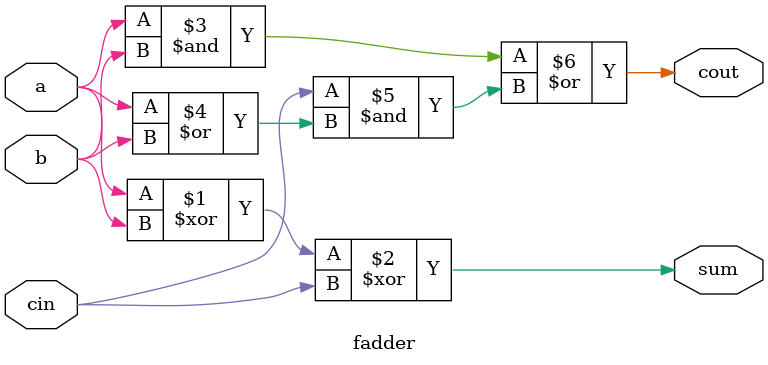
<source format=v>
module fadder(
    input a, b, cin,
    output sum, cout
);
    assign sum = a ^ b ^ cin;
    assign cout = (a & b) | cin & (a | b);
endmodule


</source>
